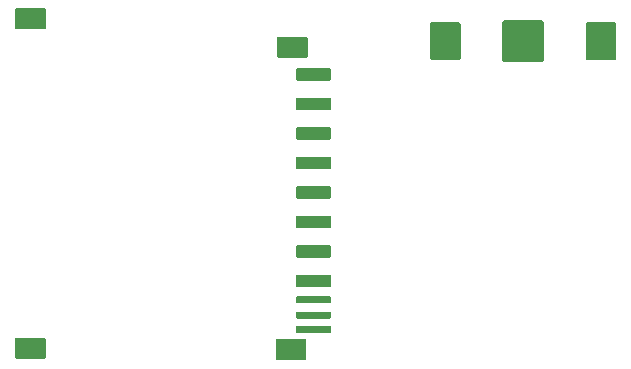
<source format=gbr>
%TF.GenerationSoftware,KiCad,Pcbnew,5.1.6-c6e7f7d~87~ubuntu20.04.1*%
%TF.CreationDate,2020-07-24T19:51:26+01:00*%
%TF.ProjectId,ETAG_GEN3,45544147-5f47-4454-9e33-2e6b69636164,rev?*%
%TF.SameCoordinates,Original*%
%TF.FileFunction,Paste,Bot*%
%TF.FilePolarity,Positive*%
%FSLAX46Y46*%
G04 Gerber Fmt 4.6, Leading zero omitted, Abs format (unit mm)*
G04 Created by KiCad (PCBNEW 5.1.6-c6e7f7d~87~ubuntu20.04.1) date 2020-07-24 19:51:26*
%MOMM*%
%LPD*%
G01*
G04 APERTURE LIST*
G04 APERTURE END LIST*
%TO.C,SD1*%
G36*
G01*
X137819100Y-89637600D02*
X137819100Y-88017600D01*
G75*
G02*
X137909100Y-87927600I90000J0D01*
G01*
X140329100Y-87927600D01*
G75*
G02*
X140419100Y-88017600I0J-90000D01*
G01*
X140419100Y-89637600D01*
G75*
G02*
X140329100Y-89727600I-90000J0D01*
G01*
X137909100Y-89727600D01*
G75*
G02*
X137819100Y-89637600I0J90000D01*
G01*
G37*
G36*
G01*
X139469900Y-111783374D02*
X139469900Y-111271826D01*
G75*
G02*
X139513326Y-111228400I43426J0D01*
G01*
X142324874Y-111228400D01*
G75*
G02*
X142368300Y-111271826I0J-43426D01*
G01*
X142368300Y-111783374D01*
G75*
G02*
X142324874Y-111826800I-43426J0D01*
G01*
X139513326Y-111826800D01*
G75*
G02*
X139469900Y-111783374I0J43426D01*
G01*
G37*
G36*
G01*
X139479100Y-91613600D02*
X139479100Y-90641600D01*
G75*
G02*
X139533100Y-90587600I54000J0D01*
G01*
X142305100Y-90587600D01*
G75*
G02*
X142359100Y-90641600I0J-54000D01*
G01*
X142359100Y-91613600D01*
G75*
G02*
X142305100Y-91667600I-54000J0D01*
G01*
X139533100Y-91667600D01*
G75*
G02*
X139479100Y-91613600I0J54000D01*
G01*
G37*
G36*
G01*
X139479100Y-99113600D02*
X139479100Y-98141600D01*
G75*
G02*
X139533100Y-98087600I54000J0D01*
G01*
X142305100Y-98087600D01*
G75*
G02*
X142359100Y-98141600I0J-54000D01*
G01*
X142359100Y-99113600D01*
G75*
G02*
X142305100Y-99167600I-54000J0D01*
G01*
X139533100Y-99167600D01*
G75*
G02*
X139479100Y-99113600I0J54000D01*
G01*
G37*
G36*
G01*
X139479100Y-94113600D02*
X139479100Y-93141600D01*
G75*
G02*
X139533100Y-93087600I54000J0D01*
G01*
X142305100Y-93087600D01*
G75*
G02*
X142359100Y-93141600I0J-54000D01*
G01*
X142359100Y-94113600D01*
G75*
G02*
X142305100Y-94167600I-54000J0D01*
G01*
X139533100Y-94167600D01*
G75*
G02*
X139479100Y-94113600I0J54000D01*
G01*
G37*
G36*
G01*
X139479100Y-101613600D02*
X139479100Y-100641600D01*
G75*
G02*
X139533100Y-100587600I54000J0D01*
G01*
X142305100Y-100587600D01*
G75*
G02*
X142359100Y-100641600I0J-54000D01*
G01*
X142359100Y-101613600D01*
G75*
G02*
X142305100Y-101667600I-54000J0D01*
G01*
X139533100Y-101667600D01*
G75*
G02*
X139479100Y-101613600I0J54000D01*
G01*
G37*
G36*
G01*
X139479100Y-96613600D02*
X139479100Y-95641600D01*
G75*
G02*
X139533100Y-95587600I54000J0D01*
G01*
X142305100Y-95587600D01*
G75*
G02*
X142359100Y-95641600I0J-54000D01*
G01*
X142359100Y-96613600D01*
G75*
G02*
X142305100Y-96667600I-54000J0D01*
G01*
X139533100Y-96667600D01*
G75*
G02*
X139479100Y-96613600I0J54000D01*
G01*
G37*
G36*
G01*
X139479100Y-104113600D02*
X139479100Y-103141600D01*
G75*
G02*
X139533100Y-103087600I54000J0D01*
G01*
X142305100Y-103087600D01*
G75*
G02*
X142359100Y-103141600I0J-54000D01*
G01*
X142359100Y-104113600D01*
G75*
G02*
X142305100Y-104167600I-54000J0D01*
G01*
X139533100Y-104167600D01*
G75*
G02*
X139479100Y-104113600I0J54000D01*
G01*
G37*
G36*
G01*
X139479100Y-106613600D02*
X139479100Y-105641600D01*
G75*
G02*
X139533100Y-105587600I54000J0D01*
G01*
X142305100Y-105587600D01*
G75*
G02*
X142359100Y-105641600I0J-54000D01*
G01*
X142359100Y-106613600D01*
G75*
G02*
X142305100Y-106667600I-54000J0D01*
G01*
X139533100Y-106667600D01*
G75*
G02*
X139479100Y-106613600I0J54000D01*
G01*
G37*
G36*
G01*
X139479100Y-109113600D02*
X139479100Y-108141600D01*
G75*
G02*
X139533100Y-108087600I54000J0D01*
G01*
X142305100Y-108087600D01*
G75*
G02*
X142359100Y-108141600I0J-54000D01*
G01*
X142359100Y-109113600D01*
G75*
G02*
X142305100Y-109167600I-54000J0D01*
G01*
X139533100Y-109167600D01*
G75*
G02*
X139479100Y-109113600I0J54000D01*
G01*
G37*
G36*
G01*
X139469900Y-110483374D02*
X139469900Y-109971826D01*
G75*
G02*
X139513326Y-109928400I43426J0D01*
G01*
X142324874Y-109928400D01*
G75*
G02*
X142368300Y-109971826I0J-43426D01*
G01*
X142368300Y-110483374D01*
G75*
G02*
X142324874Y-110526800I-43426J0D01*
G01*
X139513326Y-110526800D01*
G75*
G02*
X139469900Y-110483374I0J43426D01*
G01*
G37*
G36*
G01*
X139469900Y-112983374D02*
X139469900Y-112471826D01*
G75*
G02*
X139513326Y-112428400I43426J0D01*
G01*
X142324874Y-112428400D01*
G75*
G02*
X142368300Y-112471826I0J-43426D01*
G01*
X142368300Y-112983374D01*
G75*
G02*
X142324874Y-113026800I-43426J0D01*
G01*
X139513326Y-113026800D01*
G75*
G02*
X139469900Y-112983374I0J43426D01*
G01*
G37*
G36*
G01*
X137719100Y-115237600D02*
X137719100Y-113617600D01*
G75*
G02*
X137809100Y-113527600I90000J0D01*
G01*
X140229100Y-113527600D01*
G75*
G02*
X140319100Y-113617600I0J-90000D01*
G01*
X140319100Y-115237600D01*
G75*
G02*
X140229100Y-115327600I-90000J0D01*
G01*
X137809100Y-115327600D01*
G75*
G02*
X137719100Y-115237600I0J90000D01*
G01*
G37*
G36*
G01*
X115649100Y-87237600D02*
X115649100Y-85617600D01*
G75*
G02*
X115739100Y-85527600I90000J0D01*
G01*
X118159100Y-85527600D01*
G75*
G02*
X118249100Y-85617600I0J-90000D01*
G01*
X118249100Y-87237600D01*
G75*
G02*
X118159100Y-87327600I-90000J0D01*
G01*
X115739100Y-87327600D01*
G75*
G02*
X115649100Y-87237600I0J90000D01*
G01*
G37*
G36*
G01*
X115649100Y-115137600D02*
X115649100Y-113517600D01*
G75*
G02*
X115739100Y-113427600I90000J0D01*
G01*
X118159100Y-113427600D01*
G75*
G02*
X118249100Y-113517600I0J-90000D01*
G01*
X118249100Y-115137600D01*
G75*
G02*
X118159100Y-115227600I-90000J0D01*
G01*
X115739100Y-115227600D01*
G75*
G02*
X115649100Y-115137600I0J90000D01*
G01*
G37*
%TD*%
%TO.C,BAT1*%
G36*
G01*
X156879100Y-89927400D02*
X156879100Y-86719800D01*
G75*
G02*
X157057300Y-86541600I178200J0D01*
G01*
X160264900Y-86541600D01*
G75*
G02*
X160443100Y-86719800I0J-178200D01*
G01*
X160443100Y-89927400D01*
G75*
G02*
X160264900Y-90105600I-178200J0D01*
G01*
X157057300Y-90105600D01*
G75*
G02*
X156879100Y-89927400I0J178200D01*
G01*
G37*
G36*
G01*
X163956100Y-89798100D02*
X163956100Y-86849100D01*
G75*
G02*
X164086600Y-86718600I130500J0D01*
G01*
X166435600Y-86718600D01*
G75*
G02*
X166566100Y-86849100I0J-130500D01*
G01*
X166566100Y-89798100D01*
G75*
G02*
X166435600Y-89928600I-130500J0D01*
G01*
X164086600Y-89928600D01*
G75*
G02*
X163956100Y-89798100I0J130500D01*
G01*
G37*
G36*
G01*
X150756100Y-89798100D02*
X150756100Y-86849100D01*
G75*
G02*
X150886600Y-86718600I130500J0D01*
G01*
X153235600Y-86718600D01*
G75*
G02*
X153366100Y-86849100I0J-130500D01*
G01*
X153366100Y-89798100D01*
G75*
G02*
X153235600Y-89928600I-130500J0D01*
G01*
X150886600Y-89928600D01*
G75*
G02*
X150756100Y-89798100I0J130500D01*
G01*
G37*
%TD*%
M02*

</source>
